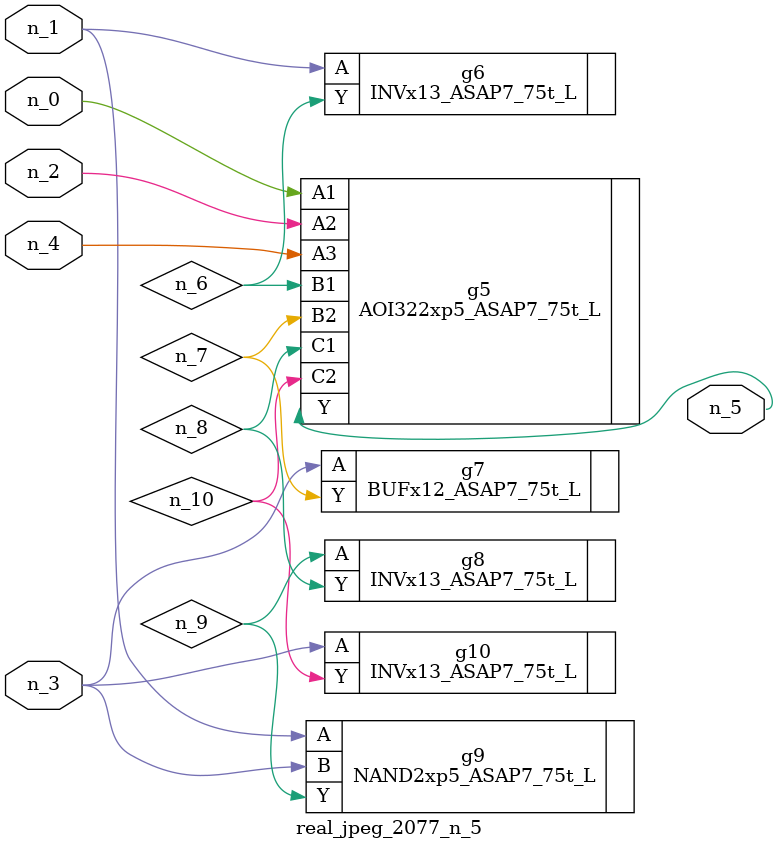
<source format=v>
module real_jpeg_2077_n_5 (n_4, n_0, n_1, n_2, n_3, n_5);

input n_4;
input n_0;
input n_1;
input n_2;
input n_3;

output n_5;

wire n_8;
wire n_6;
wire n_7;
wire n_10;
wire n_9;

AOI322xp5_ASAP7_75t_L g5 ( 
.A1(n_0),
.A2(n_2),
.A3(n_4),
.B1(n_6),
.B2(n_7),
.C1(n_8),
.C2(n_10),
.Y(n_5)
);

INVx13_ASAP7_75t_L g6 ( 
.A(n_1),
.Y(n_6)
);

NAND2xp5_ASAP7_75t_L g9 ( 
.A(n_1),
.B(n_3),
.Y(n_9)
);

BUFx12_ASAP7_75t_L g7 ( 
.A(n_3),
.Y(n_7)
);

INVx13_ASAP7_75t_L g10 ( 
.A(n_3),
.Y(n_10)
);

INVx13_ASAP7_75t_L g8 ( 
.A(n_9),
.Y(n_8)
);


endmodule
</source>
